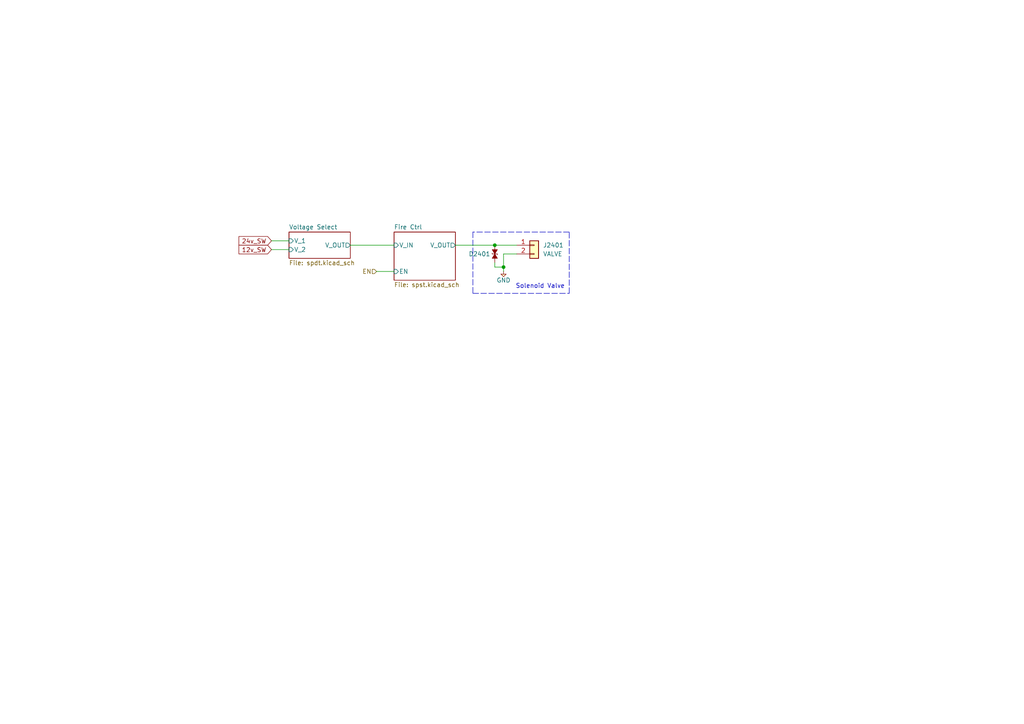
<source format=kicad_sch>
(kicad_sch (version 20211123) (generator eeschema)
  (paper "A4")
  (title_block (title "PROJECT ROYALE") (date "2021-10-23") (rev "1.0") (company "Cambridge University Spaceflight") (comment 1 "Drawn By Henry Franks"))
  (lib_symbols
    (symbol "royale:Conn_01x02" (pin_names (offset 1.016) hide)
      (property "Reference" "J" (at 0 2.54 0))
      (property "Value" "royale_Conn_01x02" (at 0 -5.08 0))
      (symbol "Conn_01x02_1_1"
        (rectangle (start -1.27 -2.413) (end 0 -2.667) (stroke (width 0.1524)))
        (rectangle (start -1.27 0.127) (end 0 -0.127) (stroke (width 0.1524)))
        (rectangle (start -1.27 1.27) (end 1.27 -3.81) (stroke (width 0.254)) (fill (type background)))
        (pin passive line (at -5.08 0 0) (length 3.81) (name "Pin_1") (number "1"))
        (pin passive line (at -5.08 -2.54 0) (length 3.81) (name "Pin_2") (number "2"))
      )
    )
    (symbol "royale:Diode_ESD" (pin_numbers hide) (pin_names (offset 0) hide)
      (property "Reference" "D" (at -1.27 2.54 0))
      (symbol "Diode_ESD_0_1"
        (polyline (pts (xy 0 -0.762) (xy 0.254 -0.762)))
        (polyline (pts (xy 0 0.762) (xy -0.254 0.762)))
        (polyline (pts (xy 0 0.762) (xy 0 -0.762)))
        (polyline (pts (xy 0 0) (xy -1.27 0.762) (xy -1.27 -0.762) (xy 0 0)) (fill (type outline)))
        (polyline (pts (xy 0 0) (xy 1.27 0.762) (xy 1.27 -0.762) (xy 0 0)) (fill (type outline)))
      )
      (symbol "Diode_ESD_1_1"
        (pin passive line (at -2.54 0 0) (length 1.27) (name "1") (number "1"))
        (pin passive line (at 2.54 0 180) (length 1.27) (name "2") (number "2"))
      )
    )
    (symbol "royale:GND" (power) (pin_numbers hide) (pin_names (offset 1.016) hide)
      (property "Value" "royale_GND" (at 0 -2.54 0))
      (symbol "GND_0_1"
        (polyline (pts (xy 0 0) (xy 0 -0.762)))
        (polyline (pts (xy -0.762 -0.762) (xy 0.762 -0.762) (xy 0 -1.524) (xy -0.762 -0.762)) (fill (type background)))
      )
      (symbol "GND_1_1"
        (pin power_in line (at 0 0 180) (length 0) hide (name "GND") (number "1"))
      )
    )
  )
  (junction (at 146.05 77.47))
  (junction (at 143.51 71.12))
  (polyline (pts (xy 165.1 85.09) (xy 165.1 67.31)))
  (wire (pts (xy 114.3 78.74) (xy 109.22 78.74)))
  (wire (pts (xy 83.82 72.39) (xy 78.74 72.39)))
  (wire (pts (xy 143.51 76.2) (xy 143.51 77.47)))
  (polyline (pts (xy 165.1 67.31) (xy 137.16 67.31)))
  (wire (pts (xy 101.6 71.12) (xy 114.3 71.12)))
  (polyline (pts (xy 137.16 85.09) (xy 165.1 85.09)))
  (wire (pts (xy 143.51 71.12) (xy 132.08 71.12)))
  (wire (pts (xy 143.51 77.47) (xy 146.05 77.47)))
  (wire (pts (xy 143.51 71.12) (xy 149.86 71.12)))
  (wire (pts (xy 146.05 73.66) (xy 146.05 77.47)))
  (polyline (pts (xy 137.16 67.31) (xy 137.16 85.09)))
  (wire (pts (xy 149.86 73.66) (xy 146.05 73.66)))
  (wire (pts (xy 78.74 69.85) (xy 83.82 69.85)))
  (wire (pts (xy 146.05 77.47) (xy 146.05 78.74)))
  (text "Solenoid Valve" (at 163.83 83.82 180) (effects (font (size 1.27 1.27)) (justify right bottom)))
  (global_label "12v_SW" (shape input) (at 78.74 72.39 180) (property "Intersheet References" "${INTERSHEET_REFS}" (effects hide)))
  (global_label "24v_SW" (shape input) (at 78.74 69.85 180) (property "Intersheet References" "${INTERSHEET_REFS}" (effects hide)))
  (hierarchical_label "EN" (shape input) (at 109.22 78.74 180))
  (symbol (lib_id "royale:GND") (at 146.05 78.74 0)
    (property "Reference" "#PWR02401" (effects hide))
    (property "Value" "GND" (at 146.05 81.28 0))
  )
  (symbol (lib_id "royale:Conn_01x02") (at 154.94 71.12 0)
    (property "Reference" "J2401" (at 157.48 71.12 0) (effects (justify left)))
    (property "Value" "VALVE" (at 157.48 73.66 0) (effects (justify left)))
    (property "Footprint" "royale:Molex_Nano-Fit_105313-xx02_1x02_P2.50mm_Horizontal" (effects hide))
  )
  (symbol (lib_id "royale:Diode_ESD") (at 143.51 73.66 270) (mirror x)
    (property "Reference" "D2401" (at 142.24 73.66 90) (effects (justify right)))
    (property "Value" "Diode_ESD" (effects hide))
    (property "Footprint" "royale:D_0402" (effects hide))
    (property "Farnell" "2368169" (effects hide))
  )
  (sheet (at 114.3 67.31) (size 17.78 13.97)
    (property "Sheet name" "Fire Ctrl" (at 114.3 66.5984 0) (effects (justify left bottom)))
    (property "Sheet file" "spst.kicad_sch" (at 114.3 81.8646 0) (effects (justify left top)))
    (pin "EN" input (at 114.3 78.74 180))
    (pin "V_IN" input (at 114.3 71.12 180))
    (pin "V_OUT" output (at 132.08 71.12 0))
  )
  (sheet (at 83.82 67.31) (size 17.78 7.62)
    (property "Sheet name" "Voltage Select" (at 83.82 66.5984 0) (effects (justify left bottom)))
    (property "Sheet file" "spdt.kicad_sch" (at 83.82 75.5146 0) (effects (justify left top)))
    (pin "V_OUT" output (at 101.6 71.12 0))
    (pin "V_1" input (at 83.82 69.85 180))
    (pin "V_2" input (at 83.82 72.39 180))
  )
)
</source>
